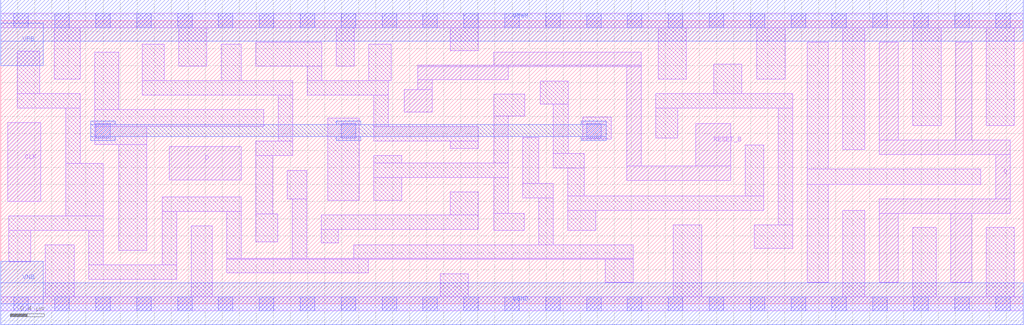
<source format=lef>
# Copyright 2020 The SkyWater PDK Authors
#
# Licensed under the Apache License, Version 2.0 (the "License");
# you may not use this file except in compliance with the License.
# You may obtain a copy of the License at
#
#     https://www.apache.org/licenses/LICENSE-2.0
#
# Unless required by applicable law or agreed to in writing, software
# distributed under the License is distributed on an "AS IS" BASIS,
# WITHOUT WARRANTIES OR CONDITIONS OF ANY KIND, either express or implied.
# See the License for the specific language governing permissions and
# limitations under the License.
#
# SPDX-License-Identifier: Apache-2.0

VERSION 5.5 ;
NAMESCASESENSITIVE ON ;
BUSBITCHARS "[]" ;
DIVIDERCHAR "/" ;
MACRO sky130_fd_sc_lp__dfrtp_4
  CLASS CORE ;
  SOURCE USER ;
  ORIGIN  0.000000  0.000000 ;
  SIZE 12 BY  3.330000 ;
  SYMMETRY X Y R90 ;
  SITE unit ;
  PIN D
    ANTENNAGATEAREA  0.126000 ;
    DIRECTION INPUT ;
    USE SIGNAL ;
    PORT
      LAYER li1 ;
        RECT 1.975000 1.455000 2.820000 1.850000 ;
    END
  END D
  PIN Q
    ANTENNADIFFAREA  1.176000 ;
    DIRECTION OUTPUT ;
    USE SIGNAL ;
    PORT
      LAYER li1 ;
        RECT 10.310000 0.255000 10.535000 1.065000 ;
        RECT 10.310000 1.065000 11.850000 1.235000 ;
        RECT 10.310000 1.755000 11.850000 1.925000 ;
        RECT 10.310000 1.925000 10.535000 3.075000 ;
        RECT 11.150000 0.255000 11.395000 1.065000 ;
        RECT 11.205000 1.925000 11.395000 3.075000 ;
        RECT 11.680000 1.235000 11.850000 1.755000 ;
    END
  END Q
  PIN RESET_B
    ANTENNAGATEAREA  0.378000 ;
    DIRECTION INPUT ;
    USE SIGNAL ;
    PORT
      LAYER li1 ;
        RECT 4.735000 2.255000 5.065000 2.520000 ;
        RECT 4.895000 2.520000 5.065000 2.635000 ;
        RECT 4.895000 2.635000 5.955000 2.785000 ;
        RECT 4.895000 2.785000 7.515000 2.805000 ;
        RECT 5.785000 2.805000 7.515000 2.955000 ;
        RECT 7.345000 1.450000 8.565000 1.620000 ;
        RECT 7.345000 1.620000 7.515000 2.785000 ;
        RECT 8.155000 1.620000 8.565000 2.120000 ;
    END
  END RESET_B
  PIN CLK
    ANTENNAGATEAREA  0.159000 ;
    DIRECTION INPUT ;
    USE CLOCK ;
    PORT
      LAYER li1 ;
        RECT 0.085000 1.200000 0.470000 2.130000 ;
    END
  END CLK
  PIN VGND
    DIRECTION INOUT ;
    USE GROUND ;
    PORT
      LAYER met1 ;
        RECT 0.000000 -0.245000 12.000000 0.245000 ;
    END
  END VGND
  PIN VNB
    DIRECTION INOUT ;
    USE GROUND ;
    PORT
    END
  END VNB
  PIN VPB
    DIRECTION INOUT ;
    USE POWER ;
    PORT
    END
  END VPB
  PIN VNB
    DIRECTION INOUT ;
    USE GROUND ;
    PORT
      LAYER met1 ;
        RECT 0.000000 0.000000 0.500000 0.500000 ;
    END
  END VNB
  PIN VPB
    DIRECTION INOUT ;
    USE POWER ;
    PORT
      LAYER met1 ;
        RECT 0.000000 2.800000 0.500000 3.300000 ;
    END
  END VPB
  PIN VPWR
    DIRECTION INOUT ;
    USE POWER ;
    PORT
      LAYER met1 ;
        RECT 0.000000 3.085000 12.000000 3.575000 ;
    END
  END VPWR
  OBS
    LAYER li1 ;
      RECT  0.000000 -0.085000 12.000000 0.085000 ;
      RECT  0.000000  3.245000 12.000000 3.415000 ;
      RECT  0.095000  0.495000  0.355000 0.860000 ;
      RECT  0.095000  0.860000  1.205000 1.030000 ;
      RECT  0.195000  2.300000  0.935000 2.470000 ;
      RECT  0.195000  2.470000  0.455000 2.970000 ;
      RECT  0.525000  0.085000  0.865000 0.690000 ;
      RECT  0.625000  2.640000  0.935000 3.245000 ;
      RECT  0.765000  1.030000  1.205000 1.650000 ;
      RECT  0.765000  1.650000  0.935000 2.300000 ;
      RECT  1.035000  0.290000  2.065000 0.460000 ;
      RECT  1.035000  0.460000  1.205000 0.860000 ;
      RECT  1.105000  1.870000  1.715000 2.085000 ;
      RECT  1.105000  2.085000  3.085000 2.285000 ;
      RECT  1.105000  2.285000  1.385000 2.960000 ;
      RECT  1.385000  0.630000  1.715000 1.870000 ;
      RECT  1.660000  2.455000  3.425000 2.625000 ;
      RECT  1.660000  2.625000  1.920000 3.050000 ;
      RECT  1.895000  0.460000  2.065000 1.085000 ;
      RECT  1.895000  1.085000  2.820000 1.255000 ;
      RECT  2.090000  2.795000  2.420000 3.245000 ;
      RECT  2.235000  0.085000  2.480000 0.915000 ;
      RECT  2.590000  2.625000  2.820000 3.050000 ;
      RECT  2.650000  0.365000  4.310000 0.525000 ;
      RECT  2.650000  0.525000  7.425000 0.535000 ;
      RECT  2.650000  0.535000  2.820000 1.085000 ;
      RECT  2.990000  0.725000  3.250000 1.055000 ;
      RECT  2.990000  1.055000  3.195000 1.745000 ;
      RECT  2.990000  1.745000  3.425000 1.915000 ;
      RECT  2.990000  2.795000  3.765000 3.075000 ;
      RECT  3.255000  1.915000  3.425000 2.455000 ;
      RECT  3.365000  1.235000  3.590000 1.565000 ;
      RECT  3.420000  0.535000  3.590000 1.235000 ;
      RECT  3.595000  2.455000  4.545000 2.625000 ;
      RECT  3.595000  2.625000  3.765000 2.795000 ;
      RECT  3.760000  0.715000  3.960000 0.875000 ;
      RECT  3.760000  0.875000  5.605000 1.045000 ;
      RECT  3.835000  1.215000  4.205000 2.180000 ;
      RECT  3.935000  2.795000  4.150000 3.245000 ;
      RECT  4.140000  0.535000  7.425000 0.695000 ;
      RECT  4.320000  2.625000  4.585000 3.050000 ;
      RECT  4.375000  1.215000  4.705000 1.485000 ;
      RECT  4.375000  1.485000  5.955000 1.655000 ;
      RECT  4.375000  1.655000  4.705000 1.745000 ;
      RECT  4.375000  1.915000  5.605000 2.085000 ;
      RECT  4.375000  2.085000  4.545000 2.455000 ;
      RECT  5.155000  0.085000  5.485000 0.355000 ;
      RECT  5.275000  1.045000  5.605000 1.315000 ;
      RECT  5.275000  1.825000  5.605000 1.915000 ;
      RECT  5.275000  2.975000  5.605000 3.245000 ;
      RECT  5.785000  0.865000  6.145000 1.065000 ;
      RECT  5.785000  1.065000  5.955000 1.485000 ;
      RECT  5.785000  1.655000  5.955000 2.205000 ;
      RECT  5.785000  2.205000  6.150000 2.465000 ;
      RECT  6.125000  1.245000  6.485000 1.415000 ;
      RECT  6.125000  1.415000  6.315000 1.955000 ;
      RECT  6.315000  0.695000  6.485000 1.245000 ;
      RECT  6.330000  2.345000  6.660000 2.615000 ;
      RECT  6.485000  1.595000  6.845000 1.765000 ;
      RECT  6.485000  1.765000  6.660000 2.345000 ;
      RECT  6.655000  0.865000  6.985000 1.100000 ;
      RECT  6.655000  1.100000  8.955000 1.270000 ;
      RECT  6.655000  1.270000  6.845000 1.595000 ;
      RECT  6.830000  1.935000  7.165000 2.195000 ;
      RECT  7.095000  0.255000  7.425000 0.525000 ;
      RECT  7.685000  1.950000  7.945000 2.300000 ;
      RECT  7.685000  2.300000  9.295000 2.470000 ;
      RECT  7.715000  2.640000  8.045000 3.245000 ;
      RECT  7.895000  0.085000  8.225000 0.930000 ;
      RECT  8.365000  2.470000  8.695000 2.815000 ;
      RECT  8.735000  1.270000  8.955000 1.865000 ;
      RECT  8.840000  0.650000  9.295000 0.930000 ;
      RECT  8.875000  2.640000  9.205000 3.245000 ;
      RECT  9.125000  0.930000  9.295000 2.300000 ;
      RECT  9.465000  0.255000  9.710000 1.405000 ;
      RECT  9.465000  1.405000 11.500000 1.585000 ;
      RECT  9.465000  1.585000  9.710000 3.075000 ;
      RECT  9.880000  0.085000 10.140000 1.095000 ;
      RECT  9.880000  1.815000 10.140000 3.245000 ;
      RECT 10.705000  0.085000 10.980000 0.895000 ;
      RECT 10.705000  2.095000 11.035000 3.245000 ;
      RECT 11.565000  0.085000 11.895000 0.895000 ;
      RECT 11.565000  2.095000 11.895000 3.245000 ;
    LAYER mcon ;
      RECT  0.155000 -0.085000  0.325000 0.085000 ;
      RECT  0.155000  3.245000  0.325000 3.415000 ;
      RECT  0.635000 -0.085000  0.805000 0.085000 ;
      RECT  0.635000  3.245000  0.805000 3.415000 ;
      RECT  1.115000 -0.085000  1.285000 0.085000 ;
      RECT  1.115000  1.950000  1.285000 2.120000 ;
      RECT  1.115000  3.245000  1.285000 3.415000 ;
      RECT  1.595000 -0.085000  1.765000 0.085000 ;
      RECT  1.595000  3.245000  1.765000 3.415000 ;
      RECT  2.075000 -0.085000  2.245000 0.085000 ;
      RECT  2.075000  3.245000  2.245000 3.415000 ;
      RECT  2.555000 -0.085000  2.725000 0.085000 ;
      RECT  2.555000  3.245000  2.725000 3.415000 ;
      RECT  3.035000 -0.085000  3.205000 0.085000 ;
      RECT  3.035000  3.245000  3.205000 3.415000 ;
      RECT  3.515000 -0.085000  3.685000 0.085000 ;
      RECT  3.515000  3.245000  3.685000 3.415000 ;
      RECT  3.995000 -0.085000  4.165000 0.085000 ;
      RECT  3.995000  1.950000  4.165000 2.120000 ;
      RECT  3.995000  3.245000  4.165000 3.415000 ;
      RECT  4.475000 -0.085000  4.645000 0.085000 ;
      RECT  4.475000  3.245000  4.645000 3.415000 ;
      RECT  4.955000 -0.085000  5.125000 0.085000 ;
      RECT  4.955000  3.245000  5.125000 3.415000 ;
      RECT  5.435000 -0.085000  5.605000 0.085000 ;
      RECT  5.435000  3.245000  5.605000 3.415000 ;
      RECT  5.915000 -0.085000  6.085000 0.085000 ;
      RECT  5.915000  3.245000  6.085000 3.415000 ;
      RECT  6.395000 -0.085000  6.565000 0.085000 ;
      RECT  6.395000  3.245000  6.565000 3.415000 ;
      RECT  6.875000 -0.085000  7.045000 0.085000 ;
      RECT  6.875000  1.950000  7.045000 2.120000 ;
      RECT  6.875000  3.245000  7.045000 3.415000 ;
      RECT  7.355000 -0.085000  7.525000 0.085000 ;
      RECT  7.355000  3.245000  7.525000 3.415000 ;
      RECT  7.835000 -0.085000  8.005000 0.085000 ;
      RECT  7.835000  3.245000  8.005000 3.415000 ;
      RECT  8.315000 -0.085000  8.485000 0.085000 ;
      RECT  8.315000  3.245000  8.485000 3.415000 ;
      RECT  8.795000 -0.085000  8.965000 0.085000 ;
      RECT  8.795000  3.245000  8.965000 3.415000 ;
      RECT  9.275000 -0.085000  9.445000 0.085000 ;
      RECT  9.275000  3.245000  9.445000 3.415000 ;
      RECT  9.755000 -0.085000  9.925000 0.085000 ;
      RECT  9.755000  3.245000  9.925000 3.415000 ;
      RECT 10.235000 -0.085000 10.405000 0.085000 ;
      RECT 10.235000  3.245000 10.405000 3.415000 ;
      RECT 10.715000 -0.085000 10.885000 0.085000 ;
      RECT 10.715000  3.245000 10.885000 3.415000 ;
      RECT 11.195000 -0.085000 11.365000 0.085000 ;
      RECT 11.195000  3.245000 11.365000 3.415000 ;
      RECT 11.675000 -0.085000 11.845000 0.085000 ;
      RECT 11.675000  3.245000 11.845000 3.415000 ;
    LAYER met1 ;
      RECT 1.055000 1.920000 1.345000 1.965000 ;
      RECT 1.055000 1.965000 7.105000 2.105000 ;
      RECT 1.055000 2.105000 1.345000 2.150000 ;
      RECT 3.935000 1.920000 4.225000 1.965000 ;
      RECT 3.935000 2.105000 4.225000 2.150000 ;
      RECT 6.815000 1.920000 7.105000 1.965000 ;
      RECT 6.815000 2.105000 7.105000 2.150000 ;
  END
END sky130_fd_sc_lp__dfrtp_4
END LIBRARY

</source>
